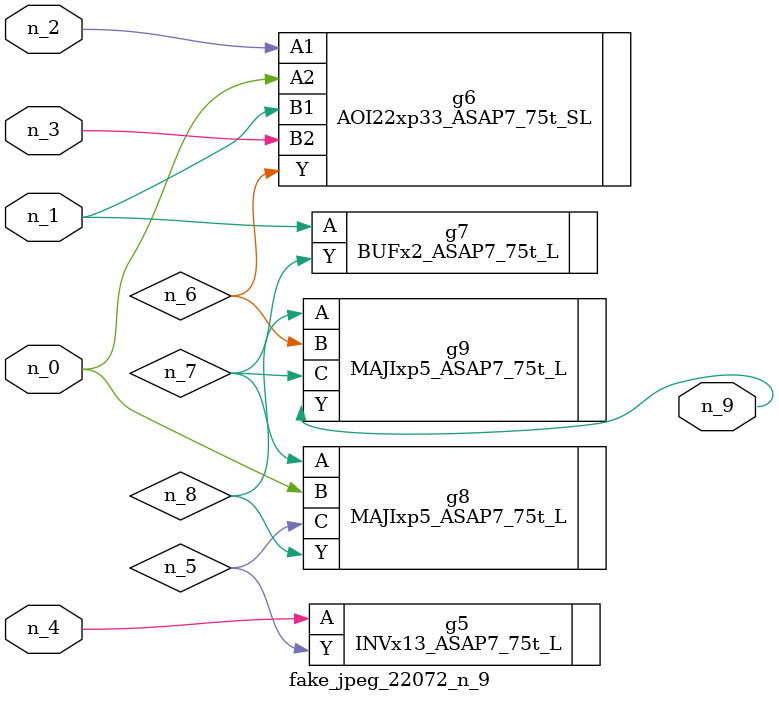
<source format=v>
module fake_jpeg_22072_n_9 (n_3, n_2, n_1, n_0, n_4, n_9);

input n_3;
input n_2;
input n_1;
input n_0;
input n_4;

output n_9;

wire n_8;
wire n_6;
wire n_5;
wire n_7;

INVx13_ASAP7_75t_L g5 ( 
.A(n_4),
.Y(n_5)
);

AOI22xp33_ASAP7_75t_SL g6 ( 
.A1(n_2),
.A2(n_0),
.B1(n_1),
.B2(n_3),
.Y(n_6)
);

BUFx2_ASAP7_75t_L g7 ( 
.A(n_1),
.Y(n_7)
);

MAJIxp5_ASAP7_75t_L g8 ( 
.A(n_7),
.B(n_0),
.C(n_5),
.Y(n_8)
);

MAJIxp5_ASAP7_75t_L g9 ( 
.A(n_8),
.B(n_6),
.C(n_7),
.Y(n_9)
);


endmodule
</source>
